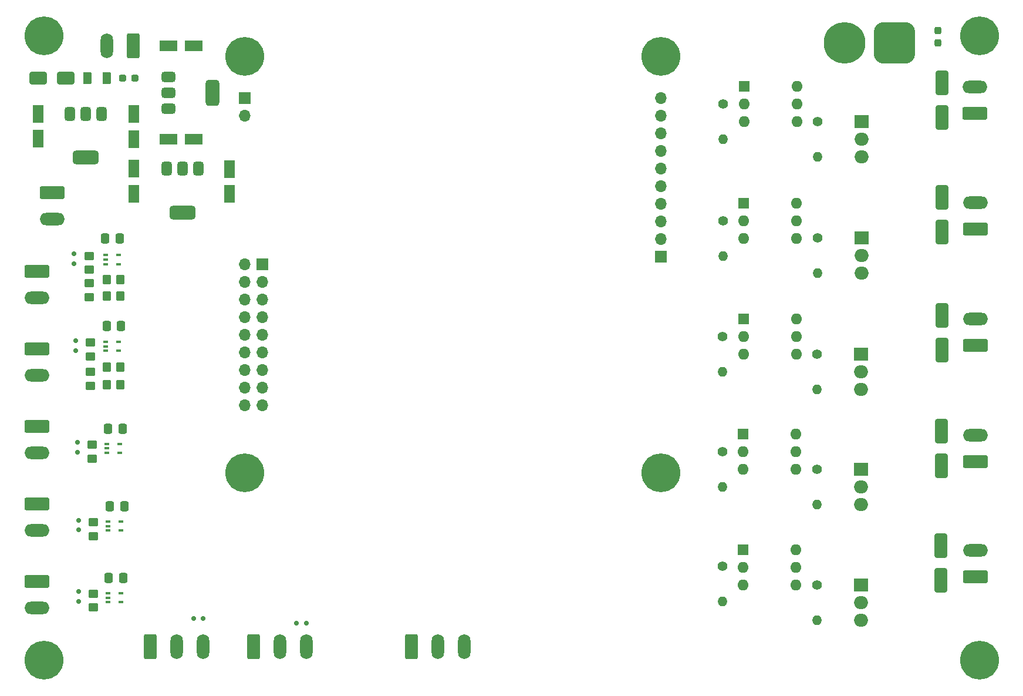
<source format=gbr>
%TF.GenerationSoftware,KiCad,Pcbnew,8.0.0-8.0.0-1~ubuntu20.04.1*%
%TF.CreationDate,2024-06-18T17:21:59-06:00*%
%TF.ProjectId,reactor,72656163-746f-4722-9e6b-696361645f70,rev?*%
%TF.SameCoordinates,Original*%
%TF.FileFunction,Soldermask,Top*%
%TF.FilePolarity,Negative*%
%FSLAX46Y46*%
G04 Gerber Fmt 4.6, Leading zero omitted, Abs format (unit mm)*
G04 Created by KiCad (PCBNEW 8.0.0-8.0.0-1~ubuntu20.04.1) date 2024-06-18 17:21:59*
%MOMM*%
%LPD*%
G01*
G04 APERTURE LIST*
G04 Aperture macros list*
%AMRoundRect*
0 Rectangle with rounded corners*
0 $1 Rounding radius*
0 $2 $3 $4 $5 $6 $7 $8 $9 X,Y pos of 4 corners*
0 Add a 4 corners polygon primitive as box body*
4,1,4,$2,$3,$4,$5,$6,$7,$8,$9,$2,$3,0*
0 Add four circle primitives for the rounded corners*
1,1,$1+$1,$2,$3*
1,1,$1+$1,$4,$5*
1,1,$1+$1,$6,$7*
1,1,$1+$1,$8,$9*
0 Add four rect primitives between the rounded corners*
20,1,$1+$1,$2,$3,$4,$5,0*
20,1,$1+$1,$4,$5,$6,$7,0*
20,1,$1+$1,$6,$7,$8,$9,0*
20,1,$1+$1,$8,$9,$2,$3,0*%
G04 Aperture macros list end*
%ADD10RoundRect,0.250000X0.650000X-1.500000X0.650000X1.500000X-0.650000X1.500000X-0.650000X-1.500000X0*%
%ADD11RoundRect,0.100000X-0.225000X-0.100000X0.225000X-0.100000X0.225000X0.100000X-0.225000X0.100000X0*%
%ADD12R,1.600000X1.600000*%
%ADD13O,1.600000X1.600000*%
%ADD14RoundRect,0.250000X1.550000X-0.650000X1.550000X0.650000X-1.550000X0.650000X-1.550000X-0.650000X0*%
%ADD15O,3.600000X1.800000*%
%ADD16R,2.000000X1.905000*%
%ADD17O,2.000000X1.905000*%
%ADD18RoundRect,0.250000X-1.550000X0.650000X-1.550000X-0.650000X1.550000X-0.650000X1.550000X0.650000X0*%
%ADD19RoundRect,0.250000X-0.350000X-0.450000X0.350000X-0.450000X0.350000X0.450000X-0.350000X0.450000X0*%
%ADD20RoundRect,0.250000X-0.450000X0.350000X-0.450000X-0.350000X0.450000X-0.350000X0.450000X0.350000X0*%
%ADD21RoundRect,0.250000X-0.550000X1.050000X-0.550000X-1.050000X0.550000X-1.050000X0.550000X1.050000X0*%
%ADD22RoundRect,0.150000X-0.200000X0.150000X-0.200000X-0.150000X0.200000X-0.150000X0.200000X0.150000X0*%
%ADD23RoundRect,0.250000X0.337500X0.475000X-0.337500X0.475000X-0.337500X-0.475000X0.337500X-0.475000X0*%
%ADD24RoundRect,0.250000X0.375000X0.625000X-0.375000X0.625000X-0.375000X-0.625000X0.375000X-0.625000X0*%
%ADD25C,1.400000*%
%ADD26O,1.400000X1.400000*%
%ADD27RoundRect,0.237500X0.237500X-0.287500X0.237500X0.287500X-0.237500X0.287500X-0.237500X-0.287500X0*%
%ADD28C,3.600000*%
%ADD29C,5.600000*%
%ADD30R,1.700000X1.700000*%
%ADD31O,1.700000X1.700000*%
%ADD32RoundRect,0.250000X1.050000X0.550000X-1.050000X0.550000X-1.050000X-0.550000X1.050000X-0.550000X0*%
%ADD33RoundRect,0.150000X0.150000X0.200000X-0.150000X0.200000X-0.150000X-0.200000X0.150000X-0.200000X0*%
%ADD34RoundRect,0.375000X-0.625000X-0.375000X0.625000X-0.375000X0.625000X0.375000X-0.625000X0.375000X0*%
%ADD35RoundRect,0.500000X-0.500000X-1.400000X0.500000X-1.400000X0.500000X1.400000X-0.500000X1.400000X0*%
%ADD36RoundRect,0.250000X0.550000X-1.050000X0.550000X1.050000X-0.550000X1.050000X-0.550000X-1.050000X0*%
%ADD37RoundRect,0.250000X0.650000X1.550000X-0.650000X1.550000X-0.650000X-1.550000X0.650000X-1.550000X0*%
%ADD38O,1.800000X3.600000*%
%ADD39RoundRect,0.250000X0.450000X-0.350000X0.450000X0.350000X-0.450000X0.350000X-0.450000X-0.350000X0*%
%ADD40RoundRect,0.237500X-0.287500X-0.237500X0.287500X-0.237500X0.287500X0.237500X-0.287500X0.237500X0*%
%ADD41RoundRect,0.375000X-0.375000X0.625000X-0.375000X-0.625000X0.375000X-0.625000X0.375000X0.625000X0*%
%ADD42RoundRect,0.500000X-1.400000X0.500000X-1.400000X-0.500000X1.400000X-0.500000X1.400000X0.500000X0*%
%ADD43RoundRect,0.250000X-0.650000X-1.550000X0.650000X-1.550000X0.650000X1.550000X-0.650000X1.550000X0*%
%ADD44RoundRect,1.500000X1.500000X1.500000X-1.500000X1.500000X-1.500000X-1.500000X1.500000X-1.500000X0*%
%ADD45C,6.000000*%
%ADD46RoundRect,0.250000X-1.050000X-0.550000X1.050000X-0.550000X1.050000X0.550000X-1.050000X0.550000X0*%
%ADD47RoundRect,0.250000X-1.000000X-0.650000X1.000000X-0.650000X1.000000X0.650000X-1.000000X0.650000X0*%
G04 APERTURE END LIST*
D10*
%TO.C,D305*%
X234400000Y-113500000D03*
X234400000Y-108500000D03*
%TD*%
%TO.C,D304*%
X234500000Y-97000000D03*
X234500000Y-92000000D03*
%TD*%
%TO.C,D303*%
X234550000Y-80350000D03*
X234550000Y-75350000D03*
%TD*%
%TO.C,D302*%
X234550000Y-63325000D03*
X234550000Y-58325000D03*
%TD*%
%TO.C,D301*%
X234575000Y-46825000D03*
X234575000Y-41825000D03*
%TD*%
D11*
%TO.C,U203*%
X114065000Y-93847500D03*
X114065000Y-94497500D03*
X114065000Y-95147500D03*
X115965000Y-95147500D03*
X115965000Y-93847500D03*
%TD*%
D12*
%TO.C,U304*%
X205907600Y-92410900D03*
D13*
X205907600Y-94950900D03*
X205907600Y-97490900D03*
X213527600Y-97490900D03*
X213527600Y-94950900D03*
X213527600Y-92410900D03*
%TD*%
D14*
%TO.C,J301*%
X239300000Y-46160000D03*
D15*
X239300000Y-42350000D03*
%TD*%
D16*
%TO.C,Q302*%
X222983600Y-64166500D03*
D17*
X222983600Y-66706500D03*
X222983600Y-69246500D03*
%TD*%
D12*
%TO.C,U301*%
X206000000Y-42321800D03*
D13*
X206000000Y-44861800D03*
X206000000Y-47401800D03*
X213620000Y-47401800D03*
X213620000Y-44861800D03*
X213620000Y-42321800D03*
%TD*%
D18*
%TO.C,J202*%
X104000000Y-80160000D03*
D15*
X104000000Y-83970000D03*
%TD*%
D19*
%TO.C,R202*%
X114065000Y-72547500D03*
X116065000Y-72547500D03*
%TD*%
D18*
%TO.C,J2*%
X106200000Y-57650000D03*
D15*
X106200000Y-61460000D03*
%TD*%
D20*
%TO.C,R207*%
X111765000Y-83447500D03*
X111765000Y-85447500D03*
%TD*%
D21*
%TO.C,C5*%
X117987500Y-54167500D03*
X117987500Y-57767500D03*
%TD*%
D22*
%TO.C,D204*%
X110065000Y-106247500D03*
X110065000Y-104847500D03*
%TD*%
D23*
%TO.C,C201*%
X115915000Y-64197500D03*
X113840000Y-64197500D03*
%TD*%
D24*
%TO.C,F1*%
X114067500Y-41100000D03*
X111267500Y-41100000D03*
%TD*%
D25*
%TO.C,R304*%
X216608200Y-64166500D03*
D26*
X216608200Y-69246500D03*
%TD*%
D27*
%TO.C,D3*%
X233975000Y-36050000D03*
X233975000Y-34300000D03*
%TD*%
D28*
%TO.C,H4*%
X134000000Y-98000000D03*
D29*
X134000000Y-98000000D03*
%TD*%
D30*
%TO.C,J4*%
X136540000Y-68000000D03*
D31*
X134000000Y-68000000D03*
X136540000Y-70540000D03*
X134000000Y-70540000D03*
X136540000Y-73080000D03*
X134000000Y-73080000D03*
X136540000Y-75620000D03*
X134000000Y-75620000D03*
X136540000Y-78160000D03*
X134000000Y-78160000D03*
X136540000Y-80700000D03*
X134000000Y-80700000D03*
X136540000Y-83240000D03*
X134000000Y-83240000D03*
X136540000Y-85780000D03*
X134000000Y-85780000D03*
X136540000Y-88320000D03*
X134000000Y-88320000D03*
%TD*%
D23*
%TO.C,C204*%
X116602500Y-102847500D03*
X114527500Y-102847500D03*
%TD*%
D14*
%TO.C,J303*%
X239400000Y-79670000D03*
D15*
X239400000Y-75860000D03*
%TD*%
D25*
%TO.C,R306*%
X216554600Y-80901800D03*
D26*
X216554600Y-85981800D03*
%TD*%
D30*
%TO.C,J5*%
X134000000Y-44000000D03*
D31*
X134000000Y-46540000D03*
%TD*%
D11*
%TO.C,U202*%
X113915000Y-79147500D03*
X113915000Y-79797500D03*
X113915000Y-80447500D03*
X115815000Y-80447500D03*
X115815000Y-79147500D03*
%TD*%
D28*
%TO.C,H3*%
X194000000Y-98000000D03*
D29*
X194000000Y-98000000D03*
%TD*%
D32*
%TO.C,C4*%
X126617500Y-36500000D03*
X123017500Y-36500000D03*
%TD*%
D18*
%TO.C,J201*%
X104000000Y-68990000D03*
D15*
X104000000Y-72800000D03*
%TD*%
D28*
%TO.C,H6*%
X105000000Y-35000000D03*
D29*
X105000000Y-35000000D03*
%TD*%
D12*
%TO.C,U305*%
X205900000Y-109071800D03*
D13*
X205900000Y-111611800D03*
X205900000Y-114151800D03*
X213520000Y-114151800D03*
X213520000Y-111611800D03*
X213520000Y-109071800D03*
%TD*%
D30*
%TO.C,J6*%
X194000000Y-66860000D03*
D31*
X194000000Y-64320000D03*
X194000000Y-61780000D03*
X194000000Y-59240000D03*
X194000000Y-56700000D03*
X194000000Y-54160000D03*
X194000000Y-51620000D03*
X194000000Y-49080000D03*
X194000000Y-46540000D03*
X194000000Y-44000000D03*
%TD*%
D33*
%TO.C,D206*%
X126590000Y-119000000D03*
X127990000Y-119000000D03*
%TD*%
D25*
%TO.C,R305*%
X202934000Y-78388600D03*
D26*
X202934000Y-83468600D03*
%TD*%
D25*
%TO.C,R310*%
X216520600Y-114149600D03*
D26*
X216520600Y-119229600D03*
%TD*%
D21*
%TO.C,C1*%
X104167500Y-46250000D03*
X104167500Y-49850000D03*
%TD*%
D34*
%TO.C,U2*%
X123007500Y-40917500D03*
X123007500Y-43217500D03*
D35*
X129307500Y-43217500D03*
D34*
X123007500Y-45517500D03*
%TD*%
D36*
%TO.C,C2*%
X117967500Y-49900000D03*
X117967500Y-46300000D03*
%TD*%
D14*
%TO.C,J304*%
X239400000Y-96370000D03*
D15*
X239400000Y-92560000D03*
%TD*%
D18*
%TO.C,J204*%
X104000000Y-102500000D03*
D15*
X104000000Y-106310000D03*
%TD*%
D37*
%TO.C,J1*%
X117867500Y-36500000D03*
D38*
X114057500Y-36500000D03*
%TD*%
D25*
%TO.C,R303*%
X202987600Y-61660900D03*
D26*
X202987600Y-66740900D03*
%TD*%
D22*
%TO.C,D205*%
X110065000Y-116547500D03*
X110065000Y-115147500D03*
%TD*%
D25*
%TO.C,R307*%
X202907600Y-94950900D03*
D26*
X202907600Y-100030900D03*
%TD*%
D16*
%TO.C,Q303*%
X222930000Y-80901800D03*
D17*
X222930000Y-83441800D03*
X222930000Y-85981800D03*
%TD*%
D22*
%TO.C,D202*%
X109565000Y-80397500D03*
X109565000Y-78997500D03*
%TD*%
D28*
%TO.C,H8*%
X240000000Y-125000000D03*
D29*
X240000000Y-125000000D03*
%TD*%
D28*
%TO.C,H2*%
X134000000Y-38000000D03*
D29*
X134000000Y-38000000D03*
%TD*%
D39*
%TO.C,R201*%
X111565000Y-68747500D03*
X111565000Y-66747500D03*
%TD*%
D40*
%TO.C,D1*%
X116367500Y-41100000D03*
X118117500Y-41100000D03*
%TD*%
D22*
%TO.C,D201*%
X109365000Y-67847500D03*
X109365000Y-66447500D03*
%TD*%
D25*
%TO.C,R301*%
X203000000Y-44861800D03*
D26*
X203000000Y-49941800D03*
%TD*%
D33*
%TO.C,D207*%
X141450000Y-119650000D03*
X142850000Y-119650000D03*
%TD*%
D11*
%TO.C,U201*%
X113915000Y-66647500D03*
X113915000Y-67297500D03*
X113915000Y-67947500D03*
X115815000Y-67947500D03*
X115815000Y-66647500D03*
%TD*%
D41*
%TO.C,U3*%
X127300000Y-54180000D03*
X125000000Y-54180000D03*
D42*
X125000000Y-60480000D03*
D41*
X122700000Y-54180000D03*
%TD*%
D16*
%TO.C,Q301*%
X222945200Y-47420000D03*
D17*
X222945200Y-49960000D03*
X222945200Y-52500000D03*
%TD*%
D25*
%TO.C,R308*%
X216528200Y-97497100D03*
D26*
X216528200Y-102577100D03*
%TD*%
D36*
%TO.C,C6*%
X131787500Y-57817500D03*
X131787500Y-54217500D03*
%TD*%
D43*
%TO.C,J7*%
X158070000Y-123100000D03*
D38*
X161880000Y-123100000D03*
X165690000Y-123100000D03*
%TD*%
D12*
%TO.C,U303*%
X205934000Y-75848600D03*
D13*
X205934000Y-78388600D03*
X205934000Y-80928600D03*
X213554000Y-80928600D03*
X213554000Y-78388600D03*
X213554000Y-75848600D03*
%TD*%
D23*
%TO.C,C205*%
X116465000Y-113147500D03*
X114390000Y-113147500D03*
%TD*%
D16*
%TO.C,Q305*%
X222896000Y-114149600D03*
D17*
X222896000Y-116689600D03*
X222896000Y-119229600D03*
%TD*%
D28*
%TO.C,H1*%
X194000000Y-38000000D03*
D29*
X194000000Y-38000000D03*
%TD*%
D16*
%TO.C,Q304*%
X222903600Y-97497100D03*
D17*
X222903600Y-100037100D03*
X222903600Y-102577100D03*
%TD*%
D25*
%TO.C,R302*%
X216620600Y-47420000D03*
D26*
X216620600Y-52500000D03*
%TD*%
D22*
%TO.C,D203*%
X109865000Y-95047500D03*
X109865000Y-93647500D03*
%TD*%
D23*
%TO.C,C203*%
X116365000Y-91647500D03*
X114290000Y-91647500D03*
%TD*%
D43*
%TO.C,J206*%
X120350000Y-123050000D03*
D38*
X124160000Y-123050000D03*
X127970000Y-123050000D03*
%TD*%
D39*
%TO.C,R209*%
X111965000Y-95947500D03*
X111965000Y-93947500D03*
%TD*%
D14*
%TO.C,J302*%
X239400000Y-62870000D03*
D15*
X239400000Y-59060000D03*
%TD*%
D44*
%TO.C,J3*%
X227700000Y-36000000D03*
D45*
X220500000Y-36000000D03*
%TD*%
D11*
%TO.C,U205*%
X114265000Y-115372500D03*
X114265000Y-116022500D03*
X114265000Y-116672500D03*
X116165000Y-116672500D03*
X116165000Y-115372500D03*
%TD*%
D18*
%TO.C,J203*%
X104000000Y-91330000D03*
D15*
X104000000Y-95140000D03*
%TD*%
D19*
%TO.C,R208*%
X114065000Y-82747500D03*
X116065000Y-82747500D03*
%TD*%
D39*
%TO.C,R210*%
X112165000Y-107147500D03*
X112165000Y-105147500D03*
%TD*%
D11*
%TO.C,U204*%
X114265000Y-105047500D03*
X114265000Y-105697500D03*
X114265000Y-106347500D03*
X116165000Y-106347500D03*
X116165000Y-105047500D03*
%TD*%
D19*
%TO.C,R206*%
X114065000Y-85347500D03*
X116065000Y-85347500D03*
%TD*%
D41*
%TO.C,U1*%
X113367500Y-46250000D03*
X111067500Y-46250000D03*
D42*
X111067500Y-52550000D03*
D41*
X108767500Y-46250000D03*
%TD*%
D12*
%TO.C,U302*%
X205987600Y-59120900D03*
D13*
X205987600Y-61660900D03*
X205987600Y-64200900D03*
X213607600Y-64200900D03*
X213607600Y-61660900D03*
X213607600Y-59120900D03*
%TD*%
D46*
%TO.C,C3*%
X123017500Y-49900000D03*
X126617500Y-49900000D03*
%TD*%
D25*
%TO.C,R309*%
X202900000Y-111500000D03*
D26*
X202900000Y-116580000D03*
%TD*%
D23*
%TO.C,C202*%
X116165000Y-76847500D03*
X114090000Y-76847500D03*
%TD*%
D39*
%TO.C,R211*%
X112165000Y-117447500D03*
X112165000Y-115447500D03*
%TD*%
D20*
%TO.C,R203*%
X111565000Y-70697500D03*
X111565000Y-72697500D03*
%TD*%
D43*
%TO.C,J207*%
X135240000Y-123120000D03*
D38*
X139050000Y-123120000D03*
X142860000Y-123120000D03*
%TD*%
D39*
%TO.C,R205*%
X111765000Y-81247500D03*
X111765000Y-79247500D03*
%TD*%
D47*
%TO.C,D2*%
X104167500Y-41100000D03*
X108167500Y-41100000D03*
%TD*%
D14*
%TO.C,J305*%
X239367500Y-113010000D03*
D15*
X239367500Y-109200000D03*
%TD*%
D28*
%TO.C,H5*%
X240000000Y-35000000D03*
D29*
X240000000Y-35000000D03*
%TD*%
D18*
%TO.C,J205*%
X104000000Y-113670000D03*
D15*
X104000000Y-117480000D03*
%TD*%
D19*
%TO.C,R204*%
X114065000Y-70197500D03*
X116065000Y-70197500D03*
%TD*%
D28*
%TO.C,H7*%
X105000000Y-125000000D03*
D29*
X105000000Y-125000000D03*
%TD*%
M02*

</source>
